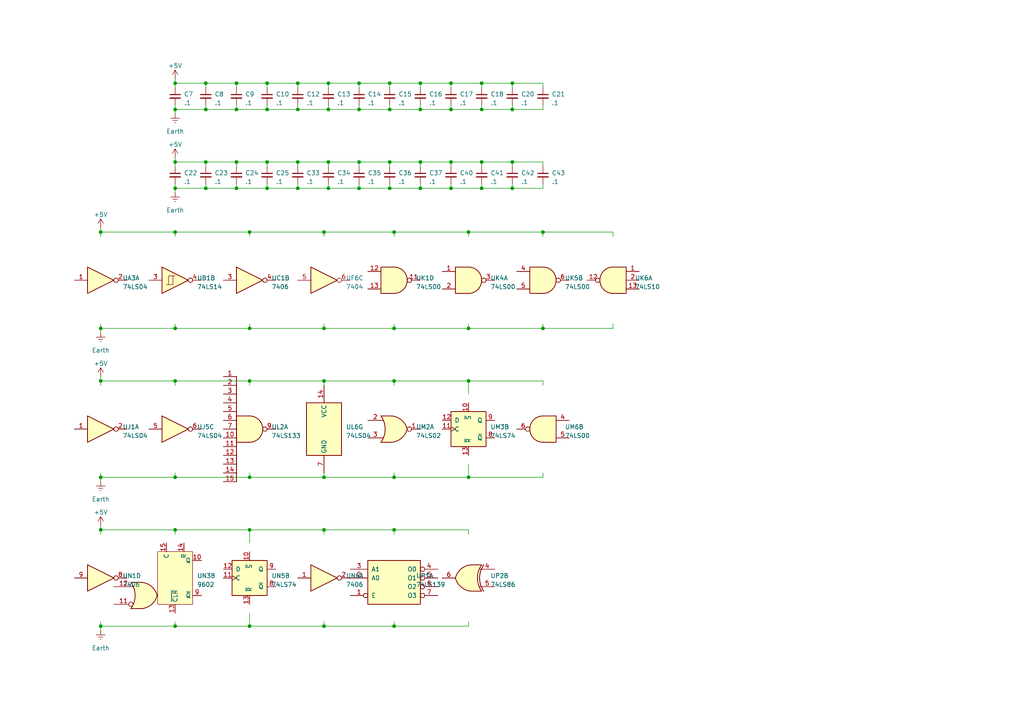
<source format=kicad_sch>
(kicad_sch (version 20230121) (generator eeschema)
  (paper "A4")
  (title_block (title "Capacitors & Power Units") (comment 1 "Schematic 203138") (comment 2 "PCB Assembly 2031040") (comment 4 "captured from original service manual by @rjhelms"))
  (lib_symbols
    (symbol "74xx:74LS00" (pin_names (offset 1.016))
      (property "Reference" "U" (at 0 1.27 0))
      (property "Value" "74LS00" (at 0 -1.27 0))
      (symbol "74LS00_1_1"
        (pin input line (at -7.62 2.54 0) (length 3.81) (name "~") (number "1"))
        (pin input line (at -7.62 -2.54 0) (length 3.81) (name "~") (number "2"))
        (pin output inverted (at 7.62 0 180) (length 3.81) (name "~") (number "3"))
      )
      (symbol "74LS00_1_2"
        (pin input inverted (at -7.62 2.54 0) (length 4.318) (name "~") (number "1"))
        (pin input inverted (at -7.62 -2.54 0) (length 4.318) (name "~") (number "2"))
        (pin output line (at 7.62 0 180) (length 3.81) (name "~") (number "3"))
      )
      (symbol "74LS00_2_1"
        (pin input line (at -7.62 2.54 0) (length 3.81) (name "~") (number "4"))
        (pin input line (at -7.62 -2.54 0) (length 3.81) (name "~") (number "5"))
        (pin output inverted (at 7.62 0 180) (length 3.81) (name "~") (number "6"))
      )
      (symbol "74LS00_2_2"
        (pin input inverted (at -7.62 2.54 0) (length 4.318) (name "~") (number "4"))
        (pin input inverted (at -7.62 -2.54 0) (length 4.318) (name "~") (number "5"))
        (pin output line (at 7.62 0 180) (length 3.81) (name "~") (number "6"))
      )
      (symbol "74LS00_3_1"
        (pin input line (at -7.62 -2.54 0) (length 3.81) (name "~") (number "10"))
        (pin output inverted (at 7.62 0 180) (length 3.81) (name "~") (number "8"))
        (pin input line (at -7.62 2.54 0) (length 3.81) (name "~") (number "9"))
      )
      (symbol "74LS00_3_2"
        (pin input inverted (at -7.62 -2.54 0) (length 4.318) (name "~") (number "10"))
        (pin output line (at 7.62 0 180) (length 3.81) (name "~") (number "8"))
        (pin input inverted (at -7.62 2.54 0) (length 4.318) (name "~") (number "9"))
      )
      (symbol "74LS00_4_1"
        (pin output inverted (at 7.62 0 180) (length 3.81) (name "~") (number "11"))
        (pin input line (at -7.62 2.54 0) (length 3.81) (name "~") (number "12"))
        (pin input line (at -7.62 -2.54 0) (length 3.81) (name "~") (number "13"))
      )
      (symbol "74LS00_4_2"
        (pin output line (at 7.62 0 180) (length 3.81) (name "~") (number "11"))
        (pin input inverted (at -7.62 2.54 0) (length 4.318) (name "~") (number "12"))
        (pin input inverted (at -7.62 -2.54 0) (length 4.318) (name "~") (number "13"))
      )
      (symbol "74LS00_5_0"
        (pin power_in line (at 0 12.7 270) (length 5.08) (name "VCC") (number "14"))
        (pin power_in line (at 0 -12.7 90) (length 5.08) (name "GND") (number "7"))
      )
    )
    (symbol "74xx:74LS02" (pin_names (offset 1.016))
      (property "Reference" "U" (at 0 1.27 0))
      (property "Value" "74LS02" (at 0 -1.27 0))
      (symbol "74LS02_1_1"
        (pin output inverted (at 7.62 0 180) (length 3.81) (name "~") (number "1"))
        (pin input line (at -7.62 2.54 0) (length 4.318) (name "~") (number "2"))
        (pin input line (at -7.62 -2.54 0) (length 4.318) (name "~") (number "3"))
      )
      (symbol "74LS02_1_2"
        (pin output line (at 7.62 0 180) (length 3.81) (name "~") (number "1"))
        (pin input inverted (at -7.62 2.54 0) (length 3.81) (name "~") (number "2"))
        (pin input inverted (at -7.62 -2.54 0) (length 3.81) (name "~") (number "3"))
      )
      (symbol "74LS02_2_1"
        (pin output inverted (at 7.62 0 180) (length 3.81) (name "~") (number "4"))
        (pin input line (at -7.62 2.54 0) (length 4.318) (name "~") (number "5"))
        (pin input line (at -7.62 -2.54 0) (length 4.318) (name "~") (number "6"))
      )
      (symbol "74LS02_2_2"
        (pin output line (at 7.62 0 180) (length 3.81) (name "~") (number "4"))
        (pin input inverted (at -7.62 2.54 0) (length 3.81) (name "~") (number "5"))
        (pin input inverted (at -7.62 -2.54 0) (length 3.81) (name "~") (number "6"))
      )
      (symbol "74LS02_3_1"
        (pin output inverted (at 7.62 0 180) (length 3.81) (name "~") (number "10"))
        (pin input line (at -7.62 2.54 0) (length 4.318) (name "~") (number "8"))
        (pin input line (at -7.62 -2.54 0) (length 4.318) (name "~") (number "9"))
      )
      (symbol "74LS02_3_2"
        (pin output line (at 7.62 0 180) (length 3.81) (name "~") (number "10"))
        (pin input inverted (at -7.62 2.54 0) (length 3.81) (name "~") (number "8"))
        (pin input inverted (at -7.62 -2.54 0) (length 3.81) (name "~") (number "9"))
      )
      (symbol "74LS02_4_1"
        (pin input line (at -7.62 2.54 0) (length 4.318) (name "~") (number "11"))
        (pin input line (at -7.62 -2.54 0) (length 4.318) (name "~") (number "12"))
        (pin output inverted (at 7.62 0 180) (length 3.81) (name "~") (number "13"))
      )
      (symbol "74LS02_4_2"
        (pin input inverted (at -7.62 2.54 0) (length 3.81) (name "~") (number "11"))
        (pin input inverted (at -7.62 -2.54 0) (length 3.81) (name "~") (number "12"))
        (pin output line (at 7.62 0 180) (length 3.81) (name "~") (number "13"))
      )
      (symbol "74LS02_5_0"
        (pin power_in line (at 0 12.7 270) (length 5.08) (name "VCC") (number "14"))
        (pin power_in line (at 0 -12.7 90) (length 5.08) (name "GND") (number "7"))
      )
    )
    (symbol "74xx:74LS04"
      (property "Reference" "U" (at 0 1.27 0))
      (property "Value" "74LS04" (at 0 -1.27 0))
      (symbol "74LS04_1_0"
        (pin input line (at -7.62 0 0) (length 3.81) (name "~") (number "1"))
        (pin output inverted (at 7.62 0 180) (length 3.81) (name "~") (number "2"))
      )
      (symbol "74LS04_2_0"
        (pin input line (at -7.62 0 0) (length 3.81) (name "~") (number "3"))
        (pin output inverted (at 7.62 0 180) (length 3.81) (name "~") (number "4"))
      )
      (symbol "74LS04_3_0"
        (pin input line (at -7.62 0 0) (length 3.81) (name "~") (number "5"))
        (pin output inverted (at 7.62 0 180) (length 3.81) (name "~") (number "6"))
      )
      (symbol "74LS04_4_0"
        (pin output inverted (at 7.62 0 180) (length 3.81) (name "~") (number "8"))
        (pin input line (at -7.62 0 0) (length 3.81) (name "~") (number "9"))
      )
      (symbol "74LS04_5_0"
        (pin output inverted (at 7.62 0 180) (length 3.81) (name "~") (number "10"))
        (pin input line (at -7.62 0 0) (length 3.81) (name "~") (number "11"))
      )
      (symbol "74LS04_6_0"
        (pin output inverted (at 7.62 0 180) (length 3.81) (name "~") (number "12"))
        (pin input line (at -7.62 0 0) (length 3.81) (name "~") (number "13"))
      )
      (symbol "74LS04_7_0"
        (pin power_in line (at 0 12.7 270) (length 5.08) (name "VCC") (number "14"))
        (pin power_in line (at 0 -12.7 90) (length 5.08) (name "GND") (number "7"))
      )
    )
    (symbol "74xx:74LS06" (pin_names (offset 1.016))
      (property "Reference" "U" (at 0 1.27 0))
      (property "Value" "74LS06" (at 0 -1.27 0))
      (symbol "74LS06_1_0"
        (pin input line (at -7.62 0 0) (length 3.81) (name "~") (number "1"))
        (pin open_collector inverted (at 7.62 0 180) (length 3.81) (name "~") (number "2"))
      )
      (symbol "74LS06_2_0"
        (pin input line (at -7.62 0 0) (length 3.81) (name "~") (number "3"))
        (pin open_collector inverted (at 7.62 0 180) (length 3.81) (name "~") (number "4"))
      )
      (symbol "74LS06_3_0"
        (pin input line (at -7.62 0 0) (length 3.81) (name "~") (number "5"))
        (pin open_collector inverted (at 7.62 0 180) (length 3.81) (name "~") (number "6"))
      )
      (symbol "74LS06_4_0"
        (pin open_collector inverted (at 7.62 0 180) (length 3.81) (name "~") (number "8"))
        (pin input line (at -7.62 0 0) (length 3.81) (name "~") (number "9"))
      )
      (symbol "74LS06_5_0"
        (pin open_collector inverted (at 7.62 0 180) (length 3.81) (name "~") (number "10"))
        (pin input line (at -7.62 0 0) (length 3.81) (name "~") (number "11"))
      )
      (symbol "74LS06_6_0"
        (pin open_collector inverted (at 7.62 0 180) (length 3.81) (name "~") (number "12"))
        (pin input line (at -7.62 0 0) (length 3.81) (name "~") (number "13"))
      )
      (symbol "74LS06_7_0"
        (pin power_in line (at 0 12.7 270) (length 5.08) (name "VCC") (number "14"))
        (pin power_in line (at 0 -12.7 90) (length 5.08) (name "GND") (number "7"))
      )
    )
    (symbol "74xx:74LS10" (pin_names (offset 1.016))
      (property "Reference" "U" (at 0 1.27 0))
      (property "Value" "74LS10" (at 0 -1.27 0))
      (symbol "74LS10_1_1"
        (pin input line (at -7.62 2.54 0) (length 3.81) (name "~") (number "1"))
        (pin output inverted (at 7.62 0 180) (length 3.81) (name "~") (number "12"))
        (pin input line (at -7.62 -2.54 0) (length 3.81) (name "~") (number "13"))
        (pin input line (at -7.62 0 0) (length 3.81) (name "~") (number "2"))
      )
      (symbol "74LS10_1_2"
        (pin input inverted (at -7.62 2.54 0) (length 4.318) (name "~") (number "1"))
        (pin output line (at 7.62 0 180) (length 3.81) (name "~") (number "12"))
        (pin input inverted (at -7.62 -2.54 0) (length 4.318) (name "~") (number "13"))
        (pin input inverted (at -7.62 0 0) (length 4.953) (name "~") (number "2"))
      )
      (symbol "74LS10_2_1"
        (pin input line (at -7.62 2.54 0) (length 3.81) (name "~") (number "3"))
        (pin input line (at -7.62 0 0) (length 3.81) (name "~") (number "4"))
        (pin input line (at -7.62 -2.54 0) (length 3.81) (name "~") (number "5"))
        (pin output inverted (at 7.62 0 180) (length 3.81) (name "~") (number "6"))
      )
      (symbol "74LS10_2_2"
        (pin input inverted (at -7.62 2.54 0) (length 4.318) (name "~") (number "3"))
        (pin input inverted (at -7.62 0 0) (length 4.953) (name "~") (number "4"))
        (pin input inverted (at -7.62 -2.54 0) (length 4.318) (name "~") (number "5"))
        (pin output line (at 7.62 0 180) (length 3.81) (name "~") (number "6"))
      )
      (symbol "74LS10_3_1"
        (pin input line (at -7.62 0 0) (length 3.81) (name "~") (number "10"))
        (pin input line (at -7.62 -2.54 0) (length 3.81) (name "~") (number "11"))
        (pin output inverted (at 7.62 0 180) (length 3.81) (name "~") (number "8"))
        (pin input line (at -7.62 2.54 0) (length 3.81) (name "~") (number "9"))
      )
      (symbol "74LS10_3_2"
        (pin input inverted (at -7.62 0 0) (length 4.953) (name "~") (number "10"))
        (pin input inverted (at -7.62 -2.54 0) (length 4.318) (name "~") (number "11"))
        (pin output line (at 7.62 0 180) (length 3.81) (name "~") (number "8"))
        (pin input inverted (at -7.62 2.54 0) (length 4.318) (name "~") (number "9"))
      )
      (symbol "74LS10_4_0"
        (pin power_in line (at 0 12.7 270) (length 5.08) (name "VCC") (number "14"))
        (pin power_in line (at 0 -12.7 90) (length 5.08) (name "GND") (number "7"))
      )
    )
    (symbol "74xx:74LS133" (pin_names (offset 1.016))
      (property "Reference" "U" (at 0 1.27 0))
      (property "Value" "74LS133" (at 0 -1.27 0))
      (symbol "74LS133_1_1"
        (pin input line (at -7.62 15.24 0) (length 3.81) (name "~") (number "1"))
        (pin input line (at -7.62 -2.54 0) (length 3.81) (name "~") (number "10"))
        (pin input line (at -7.62 -5.08 0) (length 3.81) (name "~") (number "11"))
        (pin input line (at -7.62 -7.62 0) (length 3.81) (name "~") (number "12"))
        (pin input line (at -7.62 -10.16 0) (length 3.81) (name "~") (number "13"))
        (pin input line (at -7.62 -12.7 0) (length 3.81) (name "~") (number "14"))
        (pin input line (at -7.62 -15.24 0) (length 3.81) (name "~") (number "15"))
        (pin input line (at -7.62 12.7 0) (length 3.81) (name "~") (number "2"))
        (pin input line (at -7.62 10.16 0) (length 3.81) (name "~") (number "3"))
        (pin input line (at -7.62 7.62 0) (length 3.81) (name "~") (number "4"))
        (pin input line (at -7.62 5.08 0) (length 3.81) (name "~") (number "5"))
        (pin input line (at -7.62 2.54 0) (length 3.81) (name "~") (number "6"))
        (pin input line (at -7.62 0 0) (length 3.81) (name "~") (number "7"))
        (pin output inverted (at 7.62 0 180) (length 3.81) (name "~") (number "9"))
      )
      (symbol "74LS133_1_2"
        (pin input inverted (at -7.62 15.24 0) (length 3.81) (name "~") (number "1"))
        (pin input inverted (at -7.62 -2.54 0) (length 4.5466) (name "~") (number "10"))
        (pin input inverted (at -7.62 -5.08 0) (length 3.81) (name "~") (number "11"))
        (pin input inverted (at -7.62 -7.62 0) (length 3.81) (name "~") (number "12"))
        (pin input inverted (at -7.62 -10.16 0) (length 3.81) (name "~") (number "13"))
        (pin input inverted (at -7.62 -12.7 0) (length 3.81) (name "~") (number "14"))
        (pin input inverted (at -7.62 -15.24 0) (length 3.81) (name "~") (number "15"))
        (pin input inverted (at -7.62 12.7 0) (length 3.81) (name "~") (number "2"))
        (pin input inverted (at -7.62 10.16 0) (length 3.81) (name "~") (number "3"))
        (pin input inverted (at -7.62 7.62 0) (length 3.81) (name "~") (number "4"))
        (pin input inverted (at -7.62 5.08 0) (length 3.81) (name "~") (number "5"))
        (pin input inverted (at -7.62 2.54 0) (length 4.5466) (name "~") (number "6"))
        (pin input inverted (at -7.62 0 0) (length 5.08) (name "~") (number "7"))
        (pin output line (at 7.62 0 180) (length 3.81) (name "~") (number "9"))
      )
      (symbol "74LS133_2_0"
        (pin power_in line (at 0 12.7 270) (length 5.08) (name "VCC") (number "16"))
        (pin power_in line (at 0 -12.7 90) (length 5.08) (name "GND") (number "8"))
      )
    )
    (symbol "74xx:74LS139" (pin_names (offset 1.016))
      (property "Reference" "U" (at -7.62 8.89 0))
      (property "Value" "74LS139" (at -7.62 -8.89 0))
      (symbol "74LS139_1_0"
        (pin input inverted (at -12.7 -5.08 0) (length 5.08) (name "E") (number "1"))
        (pin input line (at -12.7 0 0) (length 5.08) (name "A0") (number "2"))
        (pin input line (at -12.7 2.54 0) (length 5.08) (name "A1") (number "3"))
        (pin output inverted (at 12.7 2.54 180) (length 5.08) (name "O0") (number "4"))
        (pin output inverted (at 12.7 0 180) (length 5.08) (name "O1") (number "5"))
        (pin output inverted (at 12.7 -2.54 180) (length 5.08) (name "O2") (number "6"))
        (pin output inverted (at 12.7 -5.08 180) (length 5.08) (name "O3") (number "7"))
      )
      (symbol "74LS139_2_0"
        (pin output inverted (at 12.7 -2.54 180) (length 5.08) (name "O2") (number "10"))
        (pin output inverted (at 12.7 0 180) (length 5.08) (name "O1") (number "11"))
        (pin output inverted (at 12.7 2.54 180) (length 5.08) (name "O0") (number "12"))
        (pin input line (at -12.7 2.54 0) (length 5.08) (name "A1") (number "13"))
        (pin input line (at -12.7 0 0) (length 5.08) (name "A0") (number "14"))
        (pin input inverted (at -12.7 -5.08 0) (length 5.08) (name "E") (number "15"))
        (pin output inverted (at 12.7 -5.08 180) (length 5.08) (name "O3") (number "9"))
      )
      (symbol "74LS139_3_0"
        (pin power_in line (at 0 12.7 270) (length 5.08) (name "VCC") (number "16"))
        (pin power_in line (at 0 -12.7 90) (length 5.08) (name "GND") (number "8"))
      )
    )
    (symbol "74xx:74LS14" (pin_names (offset 1.016))
      (property "Reference" "U" (at 0 1.27 0))
      (property "Value" "74LS14" (at 0 -1.27 0))
      (symbol "74LS14_1_0"
        (pin input line (at -7.62 0 0) (length 3.81) (name "~") (number "1"))
        (pin output inverted (at 7.62 0 180) (length 3.81) (name "~") (number "2"))
      )
      (symbol "74LS14_2_0"
        (pin input line (at -7.62 0 0) (length 3.81) (name "~") (number "3"))
        (pin output inverted (at 7.62 0 180) (length 3.81) (name "~") (number "4"))
      )
      (symbol "74LS14_3_0"
        (pin input line (at -7.62 0 0) (length 3.81) (name "~") (number "5"))
        (pin output inverted (at 7.62 0 180) (length 3.81) (name "~") (number "6"))
      )
      (symbol "74LS14_4_0"
        (pin output inverted (at 7.62 0 180) (length 3.81) (name "~") (number "8"))
        (pin input line (at -7.62 0 0) (length 3.81) (name "~") (number "9"))
      )
      (symbol "74LS14_5_0"
        (pin output inverted (at 7.62 0 180) (length 3.81) (name "~") (number "10"))
        (pin input line (at -7.62 0 0) (length 3.81) (name "~") (number "11"))
      )
      (symbol "74LS14_6_0"
        (pin output inverted (at 7.62 0 180) (length 3.81) (name "~") (number "12"))
        (pin input line (at -7.62 0 0) (length 3.81) (name "~") (number "13"))
      )
      (symbol "74LS14_7_0"
        (pin power_in line (at 0 12.7 270) (length 5.08) (name "VCC") (number "14"))
        (pin power_in line (at 0 -12.7 90) (length 5.08) (name "GND") (number "7"))
      )
    )
    (symbol "74xx:74LS74" (pin_names (offset 1.016))
      (property "Reference" "U" (at -7.62 8.89 0))
      (property "Value" "74LS74" (at -7.62 -8.89 0))
      (symbol "74LS74_1_0"
        (pin input line (at 0 -7.62 90) (length 2.54) (name "~{R}") (number "1"))
        (pin input line (at -7.62 2.54 0) (length 2.54) (name "D") (number "2"))
        (pin input clock (at -7.62 0 0) (length 2.54) (name "C") (number "3"))
        (pin input line (at 0 7.62 270) (length 2.54) (name "~{S}") (number "4"))
        (pin output line (at 7.62 2.54 180) (length 2.54) (name "Q") (number "5"))
        (pin output line (at 7.62 -2.54 180) (length 2.54) (name "~{Q}") (number "6"))
      )
      (symbol "74LS74_2_0"
        (pin input line (at 0 7.62 270) (length 2.54) (name "~{S}") (number "10"))
        (pin input clock (at -7.62 0 0) (length 2.54) (name "C") (number "11"))
        (pin input line (at -7.62 2.54 0) (length 2.54) (name "D") (number "12"))
        (pin input line (at 0 -7.62 90) (length 2.54) (name "~{R}") (number "13"))
        (pin output line (at 7.62 -2.54 180) (length 2.54) (name "~{Q}") (number "8"))
        (pin output line (at 7.62 2.54 180) (length 2.54) (name "Q") (number "9"))
      )
      (symbol "74LS74_3_0"
        (pin power_in line (at 0 10.16 270) (length 2.54) (name "VCC") (number "14"))
        (pin power_in line (at 0 -10.16 90) (length 2.54) (name "GND") (number "7"))
      )
    )
    (symbol "74xx:74LS86" (pin_names (offset 1.016))
      (property "Reference" "U" (at 0 1.27 0))
      (property "Value" "74LS86" (at 0 -1.27 0))
      (symbol "74LS86_1_0"
        (pin input line (at -7.62 2.54 0) (length 4.445) (name "~") (number "1"))
        (pin input line (at -7.62 -2.54 0) (length 4.445) (name "~") (number "2"))
        (pin output line (at 7.62 0 180) (length 3.81) (name "~") (number "3"))
      )
      (symbol "74LS86_2_0"
        (pin input line (at -7.62 2.54 0) (length 4.445) (name "~") (number "4"))
        (pin input line (at -7.62 -2.54 0) (length 4.445) (name "~") (number "5"))
        (pin output line (at 7.62 0 180) (length 3.81) (name "~") (number "6"))
      )
      (symbol "74LS86_3_0"
        (pin input line (at -7.62 -2.54 0) (length 4.445) (name "~") (number "10"))
        (pin output line (at 7.62 0 180) (length 3.81) (name "~") (number "8"))
        (pin input line (at -7.62 2.54 0) (length 4.445) (name "~") (number "9"))
      )
      (symbol "74LS86_4_0"
        (pin output line (at 7.62 0 180) (length 3.81) (name "~") (number "11"))
        (pin input line (at -7.62 2.54 0) (length 4.445) (name "~") (number "12"))
        (pin input line (at -7.62 -2.54 0) (length 4.445) (name "~") (number "13"))
      )
      (symbol "74LS86_5_0"
        (pin power_in line (at 0 12.7 270) (length 5.08) (name "VCC") (number "14"))
        (pin power_in line (at 0 -12.7 90) (length 5.08) (name "GND") (number "7"))
      )
    )
    (symbol "9602_1"
      (property "Reference" "U" (at 0 2.54 0))
      (property "Value" "9602" (at 0 0 0))
      (symbol "9602_1_1_1"
        (pin passive line (at -2.54 10.16 270) (length 2.54) (name "C") (number "1"))
        (pin passive line (at 2.54 10.16 270) (length 2.54) (name "R") (number "2"))
        (pin input line (at 0 -10.16 90) (length 2.54) (name "~{CLR}") (number "3"))
        (pin input line (at -17.78 -2.54 0) (length 5.588) (name "~") (number "4"))
        (pin input inverted (at -17.78 -7.62 0) (length 5.588) (name "~") (number "5"))
        (pin output line (at 7.62 5.08 180) (length 2.54) (name "Q") (number "6"))
        (pin output line (at 7.62 -5.08 180) (length 2.54) (name "~{Q}") (number "7"))
      )
      (symbol "9602_1_2_1"
        (pin output line (at 7.62 5.08 180) (length 2.54) (name "Q") (number "10"))
        (pin input inverted (at -17.78 -7.62 0) (length 5.588) (name "~") (number "11"))
        (pin input line (at -17.78 -2.54 0) (length 5.588) (name "~") (number "12"))
        (pin input line (at 0 -10.16 90) (length 2.54) (name "~{CLR}") (number "13"))
        (pin passive line (at 2.54 10.16 270) (length 2.54) (name "R") (number "14"))
        (pin passive line (at -2.54 10.16 270) (length 2.54) (name "C") (number "15"))
        (pin output line (at 7.62 -5.08 180) (length 2.54) (name "~{Q}") (number "9"))
      )
      (symbol "9602_1_3_0"
        (pin power_in line (at 0 12.7 270) (length 5.08) (name "VCC") (number "16"))
        (pin power_in line (at 0 -12.7 90) (length 5.08) (name "GND") (number "8"))
      )
    )
    (symbol "Device:C_Small" (pin_numbers hide) (pin_names (offset 0.254) hide)
      (property "Reference" "C" (at 0.254 1.778 0))
      (property "Value" "C_Small" (at 0.254 -2.032 0))
      (symbol "C_Small_1_1"
        (pin passive line (at 0 2.54 270) (length 2.032) (name "~") (number "1"))
        (pin passive line (at 0 -2.54 90) (length 2.032) (name "~") (number "2"))
      )
    )
    (symbol "power:+5V" (power) (pin_names (offset 0))
      (property "Value" "+5V" (at 0 3.556 0))
      (symbol "+5V_1_1"
        (pin power_in line (at 0 0 90) (length 0) hide (name "+5V") (number "1"))
      )
    )
    (symbol "power:Earth" (power) (pin_names (offset 0))
      (symbol "Earth_1_1"
        (pin power_in line (at 0 0 270) (length 0) hide (name "Earth") (number "1"))
      )
    )
  )
  (junction (at 29.21 110.49))
  (junction (at 95.25 54.61))
  (junction (at 59.69 24.13))
  (junction (at 95.25 46.99))
  (junction (at 68.58 46.99))
  (junction (at 114.3 110.49))
  (junction (at 121.92 54.61))
  (junction (at 77.47 24.13))
  (junction (at 50.8 24.13))
  (junction (at 104.14 31.75))
  (junction (at 50.8 46.99))
  (junction (at 148.59 46.99))
  (junction (at 135.89 95.25))
  (junction (at 50.8 153.67))
  (junction (at 86.36 54.61))
  (junction (at 68.58 24.13))
  (junction (at 72.39 153.67))
  (junction (at 50.8 67.31))
  (junction (at 113.03 24.13))
  (junction (at 135.89 110.49))
  (junction (at 59.69 54.61))
  (junction (at 77.47 31.75))
  (junction (at 72.39 95.25))
  (junction (at 93.98 181.61))
  (junction (at 72.39 138.43))
  (junction (at 130.81 54.61))
  (junction (at 135.89 67.31))
  (junction (at 148.59 54.61))
  (junction (at 139.7 31.75))
  (junction (at 29.21 95.25))
  (junction (at 139.7 46.99))
  (junction (at 86.36 31.75))
  (junction (at 59.69 46.99))
  (junction (at 139.7 24.13))
  (junction (at 68.58 54.61))
  (junction (at 72.39 110.49))
  (junction (at 50.8 110.49))
  (junction (at 50.8 181.61))
  (junction (at 50.8 138.43))
  (junction (at 93.98 138.43))
  (junction (at 29.21 181.61))
  (junction (at 104.14 54.61))
  (junction (at 130.81 24.13))
  (junction (at 113.03 31.75))
  (junction (at 139.7 54.61))
  (junction (at 121.92 31.75))
  (junction (at 29.21 67.31))
  (junction (at 95.25 24.13))
  (junction (at 93.98 95.25))
  (junction (at 121.92 46.99))
  (junction (at 95.25 31.75))
  (junction (at 157.48 67.31))
  (junction (at 50.8 31.75))
  (junction (at 72.39 67.31))
  (junction (at 148.59 24.13))
  (junction (at 114.3 153.67))
  (junction (at 50.8 95.25))
  (junction (at 135.89 138.43))
  (junction (at 114.3 138.43))
  (junction (at 114.3 67.31))
  (junction (at 72.39 181.61))
  (junction (at 50.8 54.61))
  (junction (at 29.21 153.67))
  (junction (at 113.03 46.99))
  (junction (at 93.98 153.67))
  (junction (at 148.59 31.75))
  (junction (at 77.47 54.61))
  (junction (at 93.98 110.49))
  (junction (at 68.58 31.75))
  (junction (at 113.03 54.61))
  (junction (at 77.47 46.99))
  (junction (at 114.3 181.61))
  (junction (at 130.81 46.99))
  (junction (at 104.14 46.99))
  (junction (at 114.3 95.25))
  (junction (at 59.69 31.75))
  (junction (at 86.36 46.99))
  (junction (at 130.81 31.75))
  (junction (at 104.14 24.13))
  (junction (at 86.36 24.13))
  (junction (at 121.92 24.13))
  (junction (at 29.21 138.43))
  (junction (at 157.48 95.25))
  (junction (at 93.98 67.31))
  (wire (pts (xy 104.14 30.48) (xy 104.14 31.75)))
  (wire (pts (xy 121.92 54.61) (xy 130.81 54.61)))
  (wire (pts (xy 113.03 30.48) (xy 113.03 31.75)))
  (wire (pts (xy 148.59 46.99) (xy 157.48 46.99)))
  (wire (pts (xy 77.47 24.13) (xy 86.36 24.13)))
  (wire (pts (xy 77.47 31.75) (xy 86.36 31.75)))
  (wire (pts (xy 121.92 30.48) (xy 121.92 31.75)))
  (wire (pts (xy 114.3 137.16) (xy 114.3 138.43)))
  (wire (pts (xy 135.89 110.49) (xy 157.48 110.49)))
  (wire (pts (xy 93.98 137.16) (xy 93.98 138.43)))
  (wire (pts (xy 139.7 46.99) (xy 139.7 48.26)))
  (wire (pts (xy 113.03 53.34) (xy 113.03 54.61)))
  (wire (pts (xy 135.89 110.49) (xy 135.89 114.3)))
  (wire (pts (xy 135.89 180.34) (xy 135.89 181.61)))
  (wire (pts (xy 50.8 93.98) (xy 50.8 95.25)))
  (wire (pts (xy 135.89 67.31) (xy 157.48 67.31)))
  (wire (pts (xy 177.8 95.25) (xy 157.48 95.25)))
  (wire (pts (xy 148.59 24.13) (xy 157.48 24.13)))
  (wire (pts (xy 114.3 153.67) (xy 114.3 154.94)))
  (wire (pts (xy 77.47 46.99) (xy 86.36 46.99)))
  (wire (pts (xy 93.98 110.49) (xy 93.98 111.76)))
  (wire (pts (xy 68.58 54.61) (xy 77.47 54.61)))
  (wire (pts (xy 114.3 67.31) (xy 135.89 67.31)))
  (wire (pts (xy 93.98 67.31) (xy 114.3 67.31)))
  (wire (pts (xy 114.3 93.98) (xy 114.3 95.25)))
  (wire (pts (xy 72.39 67.31) (xy 72.39 68.58)))
  (wire (pts (xy 139.7 31.75) (xy 148.59 31.75)))
  (wire (pts (xy 77.47 53.34) (xy 77.47 54.61)))
  (wire (pts (xy 95.25 24.13) (xy 95.25 25.4)))
  (wire (pts (xy 86.36 24.13) (xy 86.36 25.4)))
  (wire (pts (xy 135.89 67.31) (xy 135.89 68.58)))
  (wire (pts (xy 104.14 54.61) (xy 113.03 54.61)))
  (wire (pts (xy 114.3 180.34) (xy 114.3 181.61)))
  (wire (pts (xy 29.21 153.67) (xy 50.8 153.67)))
  (wire (pts (xy 77.47 24.13) (xy 77.47 25.4)))
  (wire (pts (xy 157.48 95.25) (xy 135.89 95.25)))
  (wire (pts (xy 157.48 24.13) (xy 157.48 25.4)))
  (wire (pts (xy 29.21 110.49) (xy 50.8 110.49)))
  (wire (pts (xy 139.7 30.48) (xy 139.7 31.75)))
  (wire (pts (xy 121.92 31.75) (xy 130.81 31.75)))
  (wire (pts (xy 113.03 46.99) (xy 113.03 48.26)))
  (wire (pts (xy 72.39 93.98) (xy 72.39 95.25)))
  (wire (pts (xy 130.81 24.13) (xy 139.7 24.13)))
  (wire (pts (xy 50.8 95.25) (xy 29.21 95.25)))
  (wire (pts (xy 68.58 30.48) (xy 68.58 31.75)))
  (wire (pts (xy 157.48 137.16) (xy 157.48 138.43)))
  (wire (pts (xy 77.47 46.99) (xy 77.47 48.26)))
  (wire (pts (xy 135.89 93.98) (xy 135.89 95.25)))
  (wire (pts (xy 104.14 46.99) (xy 104.14 48.26)))
  (wire (pts (xy 95.25 30.48) (xy 95.25 31.75)))
  (wire (pts (xy 148.59 53.34) (xy 148.59 54.61)))
  (wire (pts (xy 93.98 93.98) (xy 93.98 95.25)))
  (wire (pts (xy 50.8 24.13) (xy 59.69 24.13)))
  (wire (pts (xy 72.39 110.49) (xy 72.39 111.76)))
  (wire (pts (xy 157.48 31.75) (xy 157.48 30.48)))
  (wire (pts (xy 68.58 31.75) (xy 77.47 31.75)))
  (wire (pts (xy 93.98 153.67) (xy 93.98 154.94)))
  (wire (pts (xy 104.14 31.75) (xy 113.03 31.75)))
  (wire (pts (xy 50.8 181.61) (xy 29.21 181.61)))
  (wire (pts (xy 135.89 138.43) (xy 114.3 138.43)))
  (wire (pts (xy 130.81 31.75) (xy 139.7 31.75)))
  (wire (pts (xy 72.39 177.8) (xy 72.39 181.61)))
  (wire (pts (xy 113.03 54.61) (xy 121.92 54.61)))
  (wire (pts (xy 50.8 30.48) (xy 50.8 31.75)))
  (wire (pts (xy 157.48 93.98) (xy 157.48 95.25)))
  (wire (pts (xy 157.48 54.61) (xy 157.48 53.34)))
  (wire (pts (xy 113.03 46.99) (xy 121.92 46.99)))
  (wire (pts (xy 113.03 24.13) (xy 113.03 25.4)))
  (wire (pts (xy 95.25 54.61) (xy 104.14 54.61)))
  (wire (pts (xy 59.69 30.48) (xy 59.69 31.75)))
  (wire (pts (xy 72.39 110.49) (xy 93.98 110.49)))
  (wire (pts (xy 50.8 24.13) (xy 50.8 25.4)))
  (wire (pts (xy 29.21 95.25) (xy 29.21 93.98)))
  (wire (pts (xy 50.8 180.34) (xy 50.8 181.61)))
  (wire (pts (xy 121.92 46.99) (xy 130.81 46.99)))
  (wire (pts (xy 72.39 137.16) (xy 72.39 138.43)))
  (wire (pts (xy 86.36 54.61) (xy 95.25 54.61)))
  (wire (pts (xy 50.8 137.16) (xy 50.8 138.43)))
  (wire (pts (xy 130.81 24.13) (xy 130.81 25.4)))
  (wire (pts (xy 148.59 54.61) (xy 157.48 54.61)))
  (wire (pts (xy 50.8 110.49) (xy 72.39 110.49)))
  (wire (pts (xy 130.81 46.99) (xy 130.81 48.26)))
  (wire (pts (xy 86.36 24.13) (xy 95.25 24.13)))
  (wire (pts (xy 50.8 153.67) (xy 50.8 154.94)))
  (wire (pts (xy 59.69 46.99) (xy 59.69 48.26)))
  (wire (pts (xy 148.59 24.13) (xy 148.59 25.4)))
  (wire (pts (xy 157.48 138.43) (xy 135.89 138.43)))
  (wire (pts (xy 59.69 31.75) (xy 68.58 31.75)))
  (wire (pts (xy 72.39 95.25) (xy 50.8 95.25)))
  (wire (pts (xy 93.98 138.43) (xy 72.39 138.43)))
  (wire (pts (xy 157.48 67.31) (xy 177.8 67.31)))
  (wire (pts (xy 77.47 54.61) (xy 86.36 54.61)))
  (wire (pts (xy 68.58 46.99) (xy 77.47 46.99)))
  (wire (pts (xy 86.36 30.48) (xy 86.36 31.75)))
  (wire (pts (xy 50.8 31.75) (xy 59.69 31.75)))
  (wire (pts (xy 148.59 46.99) (xy 148.59 48.26)))
  (wire (pts (xy 86.36 31.75) (xy 95.25 31.75)))
  (wire (pts (xy 114.3 138.43) (xy 93.98 138.43)))
  (wire (pts (xy 139.7 24.13) (xy 139.7 25.4)))
  (wire (pts (xy 29.21 66.04) (xy 29.21 67.31)))
  (wire (pts (xy 68.58 24.13) (xy 68.58 25.4)))
  (wire (pts (xy 135.89 181.61) (xy 114.3 181.61)))
  (wire (pts (xy 59.69 53.34) (xy 59.69 54.61)))
  (wire (pts (xy 113.03 31.75) (xy 121.92 31.75)))
  (wire (pts (xy 121.92 53.34) (xy 121.92 54.61)))
  (wire (pts (xy 104.14 24.13) (xy 113.03 24.13)))
  (wire (pts (xy 114.3 95.25) (xy 93.98 95.25)))
  (wire (pts (xy 72.39 138.43) (xy 50.8 138.43)))
  (wire (pts (xy 104.14 24.13) (xy 104.14 25.4)))
  (wire (pts (xy 59.69 24.13) (xy 59.69 25.4)))
  (wire (pts (xy 29.21 68.58) (xy 29.21 67.31)))
  (wire (pts (xy 72.39 153.67) (xy 72.39 157.48)))
  (wire (pts (xy 59.69 24.13) (xy 68.58 24.13)))
  (wire (pts (xy 50.8 153.67) (xy 72.39 153.67)))
  (wire (pts (xy 50.8 54.61) (xy 50.8 55.88)))
  (wire (pts (xy 50.8 31.75) (xy 50.8 33.02)))
  (wire (pts (xy 50.8 46.99) (xy 59.69 46.99)))
  (wire (pts (xy 93.98 180.34) (xy 93.98 181.61)))
  (wire (pts (xy 50.8 67.31) (xy 72.39 67.31)))
  (wire (pts (xy 130.81 46.99) (xy 139.7 46.99)))
  (wire (pts (xy 157.48 67.31) (xy 157.48 68.58)))
  (wire (pts (xy 59.69 54.61) (xy 68.58 54.61)))
  (wire (pts (xy 86.36 46.99) (xy 95.25 46.99)))
  (wire (pts (xy 29.21 138.43) (xy 29.21 137.16)))
  (wire (pts (xy 29.21 154.94) (xy 29.21 153.67)))
  (wire (pts (xy 177.8 67.31) (xy 177.8 68.58)))
  (wire (pts (xy 104.14 53.34) (xy 104.14 54.61)))
  (wire (pts (xy 95.25 53.34) (xy 95.25 54.61)))
  (wire (pts (xy 29.21 181.61) (xy 29.21 180.34)))
  (wire (pts (xy 77.47 30.48) (xy 77.47 31.75)))
  (wire (pts (xy 139.7 24.13) (xy 148.59 24.13)))
  (wire (pts (xy 59.69 46.99) (xy 68.58 46.99)))
  (wire (pts (xy 50.8 45.72) (xy 50.8 46.99)))
  (wire (pts (xy 114.3 110.49) (xy 135.89 110.49)))
  (wire (pts (xy 139.7 53.34) (xy 139.7 54.61)))
  (wire (pts (xy 139.7 46.99) (xy 148.59 46.99)))
  (wire (pts (xy 121.92 24.13) (xy 121.92 25.4)))
  (wire (pts (xy 148.59 31.75) (xy 157.48 31.75)))
  (wire (pts (xy 29.21 110.49) (xy 29.21 111.76)))
  (wire (pts (xy 177.8 93.98) (xy 177.8 95.25)))
  (wire (pts (xy 93.98 153.67) (xy 114.3 153.67)))
  (wire (pts (xy 95.25 31.75) (xy 104.14 31.75)))
  (wire (pts (xy 121.92 24.13) (xy 130.81 24.13)))
  (wire (pts (xy 86.36 46.99) (xy 86.36 48.26)))
  (wire (pts (xy 114.3 153.67) (xy 135.89 153.67)))
  (wire (pts (xy 50.8 46.99) (xy 50.8 48.26)))
  (wire (pts (xy 50.8 54.61) (xy 59.69 54.61)))
  (wire (pts (xy 130.81 54.61) (xy 139.7 54.61)))
  (wire (pts (xy 29.21 109.22) (xy 29.21 110.49)))
  (wire (pts (xy 139.7 54.61) (xy 148.59 54.61)))
  (wire (pts (xy 50.8 53.34) (xy 50.8 54.61)))
  (wire (pts (xy 157.48 46.99) (xy 157.48 48.26)))
  (wire (pts (xy 50.8 110.49) (xy 50.8 111.76)))
  (wire (pts (xy 29.21 181.61) (xy 29.21 182.88)))
  (wire (pts (xy 148.59 30.48) (xy 148.59 31.75)))
  (wire (pts (xy 68.58 53.34) (xy 68.58 54.61)))
  (wire (pts (xy 130.81 53.34) (xy 130.81 54.61)))
  (wire (pts (xy 50.8 67.31) (xy 50.8 68.58)))
  (wire (pts (xy 113.03 24.13) (xy 121.92 24.13)))
  (wire (pts (xy 93.98 181.61) (xy 72.39 181.61)))
  (wire (pts (xy 104.14 46.99) (xy 113.03 46.99)))
  (wire (pts (xy 68.58 46.99) (xy 68.58 48.26)))
  (wire (pts (xy 95.25 24.13) (xy 104.14 24.13)))
  (wire (pts (xy 72.39 67.31) (xy 93.98 67.31)))
  (wire (pts (xy 29.21 67.31) (xy 50.8 67.31)))
  (wire (pts (xy 72.39 181.61) (xy 50.8 181.61)))
  (wire (pts (xy 121.92 46.99) (xy 121.92 48.26)))
  (wire (pts (xy 157.48 110.49) (xy 157.48 111.76)))
  (wire (pts (xy 95.25 46.99) (xy 104.14 46.99)))
  (wire (pts (xy 86.36 53.34) (xy 86.36 54.61)))
  (wire (pts (xy 29.21 95.25) (xy 29.21 96.52)))
  (wire (pts (xy 135.89 134.62) (xy 135.89 138.43)))
  (wire (pts (xy 29.21 138.43) (xy 29.21 139.7)))
  (wire (pts (xy 130.81 30.48) (xy 130.81 31.75)))
  (wire (pts (xy 72.39 153.67) (xy 93.98 153.67)))
  (wire (pts (xy 114.3 181.61) (xy 93.98 181.61)))
  (wire (pts (xy 114.3 110.49) (xy 114.3 111.76)))
  (wire (pts (xy 95.25 46.99) (xy 95.25 48.26)))
  (wire (pts (xy 135.89 153.67) (xy 135.89 154.94)))
  (wire (pts (xy 29.21 152.4) (xy 29.21 153.67)))
  (wire (pts (xy 68.58 24.13) (xy 77.47 24.13)))
  (wire (pts (xy 135.89 95.25) (xy 114.3 95.25)))
  (wire (pts (xy 93.98 95.25) (xy 72.39 95.25)))
  (wire (pts (xy 50.8 22.86) (xy 50.8 24.13)))
  (wire (pts (xy 93.98 67.31) (xy 93.98 68.58)))
  (wire (pts (xy 50.8 138.43) (xy 29.21 138.43)))
  (wire (pts (xy 93.98 110.49) (xy 114.3 110.49)))
  (wire (pts (xy 114.3 67.31) (xy 114.3 68.58)))
  (symbol (lib_id "74xx:74LS133") (at 72.39 124.46 0) (unit 1)
    (property "Reference" "UL2" (at 78.74 123.825 0) (effects (justify left)))
    (property "Value" "74LS133" (at 78.74 126.365 0) (effects (justify left)))
    (property "Datasheet" "http://www.ti.com/lit/gpn/sn74LS133" (effects hide))
    (instances (project "Commodore-2031" (path "" (reference "UL2") (unit 1)) (path "" (reference "UL2") (unit 2))))
  )
  (symbol (lib_id "power:Earth") (at 29.21 182.88 0) (unit 1)
    (property "Reference" "#PWR047" (effects hide))
    (property "Value" "GND" (at 29.21 187.96 0))
    (instances (project "Commodore-2031" (path "" (reference "#PWR047") (unit 1)) (path "" (reference "#PWR0115") (unit 1))))
  )
  (symbol (lib_id "74xx:74LS02") (at 114.3 124.46 0) (unit 1)
    (property "Reference" "UM2" (at 120.65 123.825 0) (effects (justify left)))
    (property "Value" "74LS02" (at 120.65 126.365 0) (effects (justify left)))
    (property "Datasheet" "http://www.ti.com/lit/gpn/sn74ls02" (effects hide))
    (instances (project "Commodore-2031" (path "" (reference "UM2") (unit 1)) (path "" (reference "UM2") (unit 5))))
  )
  (symbol (lib_id "power:Earth") (at 29.21 96.52 0) (unit 1)
    (property "Reference" "#PWR047" (effects hide))
    (property "Value" "GND" (at 29.21 101.6 0))
    (instances (project "Commodore-2031" (path "" (reference "#PWR047") (unit 1)) (path "" (reference "#PWR0110") (unit 1))))
  )
  (symbol (lib_id "Device:C_Small") (at 104.14 27.94 0) (unit 1)
    (property "Reference" "C14" (at 106.68 27.3113 0) (effects (justify left)))
    (property "Value" ".1" (at 106.68 29.8513 0) (effects (justify left)))
  )
  (symbol (lib_id "74xx:74LS04") (at 29.21 124.46 0) (unit 1)
    (property "Reference" "UJ1" (at 35.56 123.825 0) (effects (justify left)))
    (property "Value" "74LS04" (at 35.56 126.365 0) (effects (justify left)))
    (property "Datasheet" "http://www.ti.com/lit/gpn/sn74LS04" (effects hide))
    (instances (project "Commodore-2031" (path "" (reference "UJ1") (unit 1)) (path "" (reference "UJ1") (unit 7))))
  )
  (symbol (lib_id "Device:C_Small") (at 86.36 27.94 0) (unit 1)
    (property "Reference" "C12" (at 88.9 27.3113 0) (effects (justify left)))
    (property "Value" ".1" (at 88.9 29.8513 0) (effects (justify left)))
  )
  (symbol (lib_id "Device:C_Small") (at 121.92 27.94 0) (unit 1)
    (property "Reference" "C16" (at 124.46 27.3113 0) (effects (justify left)))
    (property "Value" ".1" (at 124.46 29.8513 0) (effects (justify left)))
  )
  (symbol (lib_id "power:+5V") (at 29.21 109.22 0) (unit 1)
    (property "Reference" "#PWR0112" (effects hide))
    (property "Value" "+5V" (at 29.21 105.41 0))
  )
  (symbol (lib_id "74xx:74LS10") (at 177.8 81.28 0) (mirror y) (unit 1)
    (property "Reference" "UK6" (at 184.15 80.645 0) (effects (justify right)))
    (property "Value" "74LS10" (at 184.15 83.185 0) (effects (justify right)))
    (property "Datasheet" "http://www.ti.com/lit/gpn/sn74LS10" (effects hide))
    (instances (project "Commodore-2031" (path "" (reference "UK6") (unit 1)) (path "" (reference "UK6") (unit 4))))
  )
  (symbol (lib_id "Device:C_Small") (at 77.47 27.94 0) (unit 1)
    (property "Reference" "C10" (at 80.01 27.3113 0) (effects (justify left)))
    (property "Value" ".1" (at 80.01 29.8513 0) (effects (justify left)))
  )
  (symbol (lib_id "Device:C_Small") (at 59.69 27.94 0) (unit 1)
    (property "Reference" "C8" (at 62.23 27.3113 0) (effects (justify left)))
    (property "Value" ".1" (at 62.23 29.8513 0) (effects (justify left)))
  )
  (symbol (lib_id "Device:C_Small") (at 95.25 27.94 0) (unit 1)
    (property "Reference" "C13" (at 97.79 27.3113 0) (effects (justify left)))
    (property "Value" ".1" (at 97.79 29.8513 0) (effects (justify left)))
  )
  (symbol (lib_id "Device:C_Small") (at 121.92 50.8 0) (unit 1)
    (property "Reference" "C37" (at 124.46 50.1713 0) (effects (justify left)))
    (property "Value" ".1" (at 124.46 52.7113 0) (effects (justify left)))
  )
  (symbol (lib_id "power:+5V") (at 50.8 22.86 0) (unit 1)
    (property "Reference" "#PWR0104" (effects hide))
    (property "Value" "+5V" (at 50.8 19.05 0))
  )
  (symbol (lib_id "Device:C_Small") (at 157.48 50.8 0) (unit 1)
    (property "Reference" "C43" (at 160.02 50.1713 0) (effects (justify left)))
    (property "Value" ".1" (at 160.02 52.7113 0) (effects (justify left)))
  )
  (symbol (lib_id "74xx:74LS04") (at 93.98 124.46 0) (unit 7)
    (property "Reference" "UL6" (at 100.33 123.825 0) (effects (justify left)))
    (property "Value" "74LS04" (at 100.33 126.365 0) (effects (justify left)))
    (property "Datasheet" "http://www.ti.com/lit/gpn/sn74LS04" (effects hide))
  )
  (symbol (lib_id "power:Earth") (at 50.8 55.88 0) (unit 1)
    (property "Reference" "#PWR047" (effects hide))
    (property "Value" "GND" (at 50.8 60.96 0))
    (instances (project "Commodore-2031" (path "" (reference "#PWR047") (unit 1)) (path "" (reference "#PWR0109") (unit 1))))
  )
  (symbol (lib_id "74xx:74LS04") (at 93.98 81.28 0) (unit 3)
    (property "Reference" "UF6" (at 100.33 80.645 0) (effects (justify left)))
    (property "Value" "7404" (at 100.33 83.185 0) (effects (justify left)))
    (instances (project "Commodore-2031" (path "" (reference "UF6") (unit 3)) (path "" (reference "UF6") (unit 7))))
  )
  (symbol (lib_id "Device:C_Small") (at 95.25 50.8 0) (unit 1)
    (property "Reference" "C34" (at 97.79 50.1713 0) (effects (justify left)))
    (property "Value" ".1" (at 97.79 52.7113 0) (effects (justify left)))
  )
  (symbol (lib_id "74xx:74LS00") (at 157.48 124.46 0) (mirror y) (unit 2)
    (property "Reference" "UM6" (at 163.83 123.825 0) (effects (justify right)))
    (property "Value" "74LS00" (at 163.83 126.365 0) (effects (justify right)))
    (property "Datasheet" "http://www.ti.com/lit/gpn/sn74ls00" (effects hide))
    (instances (project "Commodore-2031" (path "" (reference "UM6") (unit 2)) (path "" (reference "UM6") (unit 5))))
  )
  (symbol (lib_id "Device:C_Small") (at 148.59 50.8 0) (unit 1)
    (property "Reference" "C42" (at 151.13 50.1713 0) (effects (justify left)))
    (property "Value" ".1" (at 151.13 52.7113 0) (effects (justify left)))
  )
  (symbol (lib_id "74xx:74LS74") (at 72.39 167.64 0) (unit 2)
    (property "Reference" "UN5" (at 78.74 167.005 0) (effects (justify left)))
    (property "Value" "74LS74" (at 78.74 169.545 0) (effects (justify left)))
    (property "Datasheet" "74xx/74hc_hct74.pdf" (effects hide))
    (instances (project "Commodore-2031" (path "" (reference "UN5") (unit 2)) (path "" (reference "UN5") (unit 3))))
  )
  (symbol (lib_id "Device:C_Small") (at 113.03 50.8 0) (unit 1)
    (property "Reference" "C36" (at 115.57 50.1713 0) (effects (justify left)))
    (property "Value" ".1" (at 115.57 52.7113 0) (effects (justify left)))
  )
  (symbol (lib_id "power:+5V") (at 50.8 45.72 0) (unit 1)
    (property "Reference" "#PWR0108" (effects hide))
    (property "Value" "+5V" (at 50.8 41.91 0))
  )
  (symbol (lib_id "Device:C_Small") (at 50.8 50.8 0) (unit 1)
    (property "Reference" "C22" (at 53.34 50.1713 0) (effects (justify left)))
    (property "Value" ".1" (at 53.34 52.7113 0) (effects (justify left)))
  )
  (symbol (lib_id "Device:C_Small") (at 139.7 27.94 0) (unit 1)
    (property "Reference" "C18" (at 142.24 27.3113 0) (effects (justify left)))
    (property "Value" ".1" (at 142.24 29.8513 0) (effects (justify left)))
  )
  (symbol (lib_id "Device:C_Small") (at 139.7 50.8 0) (unit 1)
    (property "Reference" "C41" (at 142.24 50.1713 0) (effects (justify left)))
    (property "Value" ".1" (at 142.24 52.7113 0) (effects (justify left)))
  )
  (symbol (lib_id "Device:C_Small") (at 113.03 27.94 0) (unit 1)
    (property "Reference" "C15" (at 115.57 27.3113 0) (effects (justify left)))
    (property "Value" ".1" (at 115.57 29.8513 0) (effects (justify left)))
  )
  (symbol (lib_id "74xx:74LS04") (at 50.8 124.46 0) (unit 3)
    (property "Reference" "UJ5" (at 57.15 123.825 0) (effects (justify left)))
    (property "Value" "74LS04" (at 57.15 126.365 0) (effects (justify left)))
    (property "Datasheet" "http://www.ti.com/lit/gpn/sn74LS04" (effects hide))
    (instances (project "Commodore-2031" (path "" (reference "UJ5") (unit 3)) (path "" (reference "UJ5") (unit 7))))
  )
  (symbol (lib_id "Device:C_Small") (at 104.14 50.8 0) (unit 1)
    (property "Reference" "C35" (at 106.68 50.1713 0) (effects (justify left)))
    (property "Value" ".1" (at 106.68 52.7113 0) (effects (justify left)))
  )
  (symbol (lib_id "74xx:74LS06") (at 29.21 167.64 0) (unit 4)
    (property "Reference" "UN1" (at 35.56 167.005 0) (effects (justify left)))
    (property "Value" "7406" (at 35.56 169.545 0) (effects (justify left)))
    (instances (project "Commodore-2031" (path "" (reference "UN1") (unit 4)) (path "" (reference "UN1") (unit 7))))
  )
  (symbol (lib_id "power:+5V") (at 29.21 152.4 0) (unit 1)
    (property "Reference" "#PWR0114" (effects hide))
    (property "Value" "+5V" (at 29.21 148.59 0))
  )
  (symbol (lib_name "9602_1") (lib_id "Commodore-2031:9602") (at 50.8 167.64 0) (unit 2)
    (property "Reference" "UN3" (at 57.15 167.005 0) (effects (justify left)))
    (property "Value" "9602" (at 57.15 169.545 0) (effects (justify left)))
    (instances (project "Commodore-2031" (path "" (reference "UN3") (unit 2)) (path "" (reference "UN3") (unit 3))))
  )
  (symbol (lib_id "Device:C_Small") (at 59.69 50.8 0) (unit 1)
    (property "Reference" "C23" (at 62.23 50.1713 0) (effects (justify left)))
    (property "Value" ".1" (at 62.23 52.7113 0) (effects (justify left)))
  )
  (symbol (lib_id "74xx:74LS14") (at 50.8 81.28 0) (unit 2)
    (property "Reference" "UB1" (at 57.15 80.645 0) (effects (justify left)))
    (property "Value" "74LS14" (at 57.15 83.185 0) (effects (justify left)))
    (property "Datasheet" "http://www.ti.com/lit/gpn/sn74LS14" (effects hide))
    (instances (project "Commodore-2031" (path "" (reference "UB1") (unit 2)) (path "" (reference "UB1") (unit 7))))
  )
  (symbol (lib_id "Device:C_Small") (at 77.47 50.8 0) (unit 1)
    (property "Reference" "C25" (at 80.01 50.1713 0) (effects (justify left)))
    (property "Value" ".1" (at 80.01 52.7113 0) (effects (justify left)))
  )
  (symbol (lib_id "74xx:74LS74") (at 135.89 124.46 0) (unit 2)
    (property "Reference" "UM3" (at 142.24 123.825 0) (effects (justify left)))
    (property "Value" "74LS74" (at 142.24 126.365 0) (effects (justify left)))
    (property "Datasheet" "74xx/74hc_hct74.pdf" (effects hide))
    (instances (project "Commodore-2031" (path "" (reference "UM3") (unit 2)) (path "" (reference "UM3") (unit 3))))
  )
  (symbol (lib_id "74xx:74LS00") (at 114.3 81.28 0) (unit 4)
    (property "Reference" "UK1" (at 120.65 80.645 0) (effects (justify left)))
    (property "Value" "74LS00" (at 120.65 83.185 0) (effects (justify left)))
    (property "Datasheet" "http://www.ti.com/lit/gpn/sn74ls00" (effects hide))
    (instances (project "Commodore-2031" (path "" (reference "UK1") (unit 4)) (path "" (reference "UK1") (unit 5))))
  )
  (symbol (lib_id "Device:C_Small") (at 130.81 27.94 0) (unit 1)
    (property "Reference" "C17" (at 133.35 27.3113 0) (effects (justify left)))
    (property "Value" ".1" (at 133.35 29.8513 0) (effects (justify left)))
  )
  (symbol (lib_id "74xx:74LS06") (at 93.98 167.64 0) (unit 1)
    (property "Reference" "UN6" (at 100.33 167.005 0) (effects (justify left)))
    (property "Value" "7406" (at 100.33 169.545 0) (effects (justify left)))
    (instances (project "Commodore-2031" (path "" (reference "UN6") (unit 1)) (path "" (reference "UN6") (unit 7))))
  )
  (symbol (lib_id "Device:C_Small") (at 157.48 27.94 0) (unit 1)
    (property "Reference" "C21" (at 160.02 27.3113 0) (effects (justify left)))
    (property "Value" ".1" (at 160.02 29.8513 0) (effects (justify left)))
  )
  (symbol (lib_id "74xx:74LS139") (at 114.3 167.64 0) (unit 1)
    (property "Reference" "UP1" (at 120.65 167.005 0) (effects (justify left)))
    (property "Value" "74LS139" (at 120.65 169.545 0) (effects (justify left)))
    (property "Datasheet" "http://www.ti.com/lit/ds/symlink/sn74ls139a.pdf" (effects hide))
    (instances (project "Commodore-2031" (path "" (reference "UP1") (unit 1)) (path "" (reference "UP1") (unit 3))))
  )
  (symbol (lib_id "power:Earth") (at 29.21 139.7 0) (unit 1)
    (property "Reference" "#PWR047" (effects hide))
    (property "Value" "GND" (at 29.21 144.78 0))
    (instances (project "Commodore-2031" (path "" (reference "#PWR047") (unit 1)) (path "" (reference "#PWR0113") (unit 1))))
  )
  (symbol (lib_id "74xx:74LS86") (at 135.89 167.64 0) (mirror y) (unit 2)
    (property "Reference" "UP2" (at 142.24 167.005 0) (effects (justify right)))
    (property "Value" "74LS86" (at 142.24 169.545 0) (effects (justify right)))
    (property "Datasheet" "74xx/74ls86.pdf" (effects hide))
    (instances (project "Commodore-2031" (path "" (reference "UP2") (unit 2)) (path "" (reference "UP2") (unit 5))))
  )
  (symbol (lib_id "74xx:74LS06") (at 72.39 81.28 0) (unit 2)
    (property "Reference" "UC1" (at 78.74 80.645 0) (effects (justify left)))
    (property "Value" "7406" (at 78.74 83.185 0) (effects (justify left)))
    (property "Datasheet" "http://www.ti.com/lit/gpn/sn74LS06" (effects hide))
    (instances (project "Commodore-2031" (path "" (reference "UC1") (unit 2)) (path "" (reference "UC1") (unit 7))))
  )
  (symbol (lib_id "Device:C_Small") (at 130.81 50.8 0) (unit 1)
    (property "Reference" "C40" (at 133.35 50.1713 0) (effects (justify left)))
    (property "Value" ".1" (at 133.35 52.7113 0) (effects (justify left)))
  )
  (symbol (lib_id "74xx:74LS04") (at 29.21 81.28 0) (unit 1)
    (property "Reference" "UA3" (at 35.56 80.645 0) (effects (justify left)))
    (property "Value" "74LS04" (at 35.56 83.185 0) (effects (justify left)))
    (property "Datasheet" "http://www.ti.com/lit/gpn/sn74LS04" (effects hide))
    (instances (project "Commodore-2031" (path "" (reference "UA3") (unit 1)) (path "" (reference "UA3") (unit 7))))
  )
  (symbol (lib_id "power:+5V") (at 29.21 66.04 0) (unit 1)
    (property "Reference" "#PWR0111" (effects hide))
    (property "Value" "+5V" (at 29.21 62.23 0))
  )
  (symbol (lib_id "Device:C_Small") (at 68.58 27.94 0) (unit 1)
    (property "Reference" "C9" (at 71.12 27.3113 0) (effects (justify left)))
    (property "Value" ".1" (at 71.12 29.8513 0) (effects (justify left)))
  )
  (symbol (lib_id "power:Earth") (at 50.8 33.02 0) (unit 1)
    (property "Reference" "#PWR047" (effects hide))
    (property "Value" "GND" (at 50.8 38.1 0))
    (instances (project "Commodore-2031" (path "" (reference "#PWR047") (unit 1)) (path "" (reference "#PWR0107") (unit 1))))
  )
  (symbol (lib_id "74xx:74LS00") (at 135.89 81.28 0) (unit 1)
    (property "Reference" "UK4" (at 142.24 80.645 0) (effects (justify left)))
    (property "Value" "74LS00" (at 142.24 83.185 0) (effects (justify left)))
    (property "Datasheet" "http://www.ti.com/lit/gpn/sn74ls00" (effects hide))
    (instances (project "Commodore-2031" (path "" (reference "UK4") (unit 1)) (path "" (reference "UK4") (unit 5))))
  )
  (symbol (lib_id "74xx:74LS00") (at 157.48 81.28 0) (unit 2)
    (property "Reference" "UK5" (at 163.83 80.645 0) (effects (justify left)))
    (property "Value" "74LS00" (at 163.83 83.185 0) (effects (justify left)))
    (property "Datasheet" "http://www.ti.com/lit/gpn/sn74ls00" (effects hide))
    (instances (project "Commodore-2031" (path "" (reference "UK5") (unit 2)) (path "" (reference "UK5") (unit 5))))
  )
  (symbol (lib_id "Device:C_Small") (at 50.8 27.94 0) (unit 1)
    (property "Reference" "C7" (at 53.34 27.3113 0) (effects (justify left)))
    (property "Value" ".1" (at 53.34 29.8513 0) (effects (justify left)))
  )
  (symbol (lib_id "Device:C_Small") (at 68.58 50.8 0) (unit 1)
    (property "Reference" "C24" (at 71.12 50.1713 0) (effects (justify left)))
    (property "Value" ".1" (at 71.12 52.7113 0) (effects (justify left)))
  )
  (symbol (lib_id "Device:C_Small") (at 86.36 50.8 0) (unit 1)
    (property "Reference" "C33" (at 88.9 50.1713 0) (effects (justify left)))
    (property "Value" ".1" (at 88.9 52.7113 0) (effects (justify left)))
  )
  (symbol (lib_id "Device:C_Small") (at 148.59 27.94 0) (unit 1)
    (property "Reference" "C20" (at 151.13 27.3113 0) (effects (justify left)))
    (property "Value" ".1" (at 151.13 29.8513 0) (effects (justify left)))
  )
)
</source>
